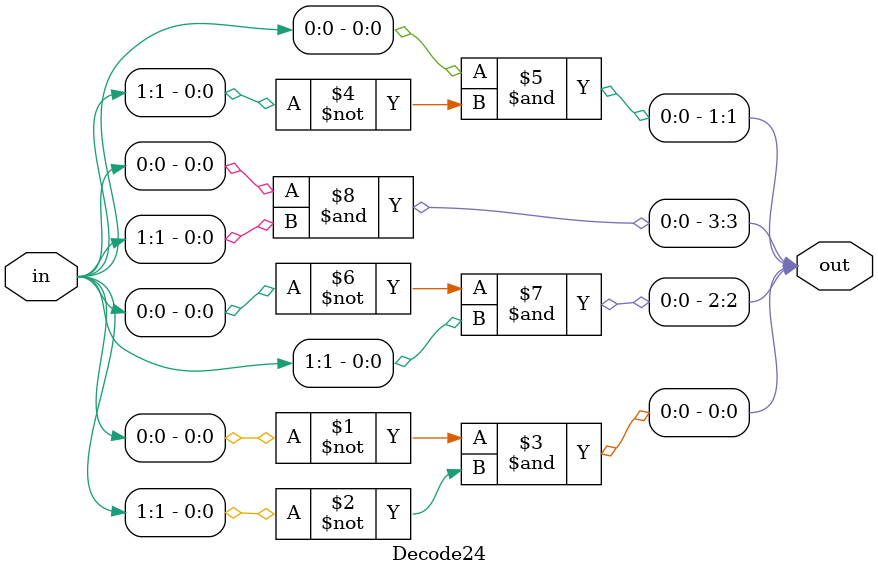
<source format=v>
`timescale 1ns / 1ps

module Decode24(out, in);

input[1: 0]in;

output[3: 0]out;

assign out[0] = ~in[0] & ~in[1];
assign out[1] = in[0] & ~in[1];
assign out[2] = ~in[0] & in[1];
assign out[3] = in[0] & in[1];

endmodule



</source>
